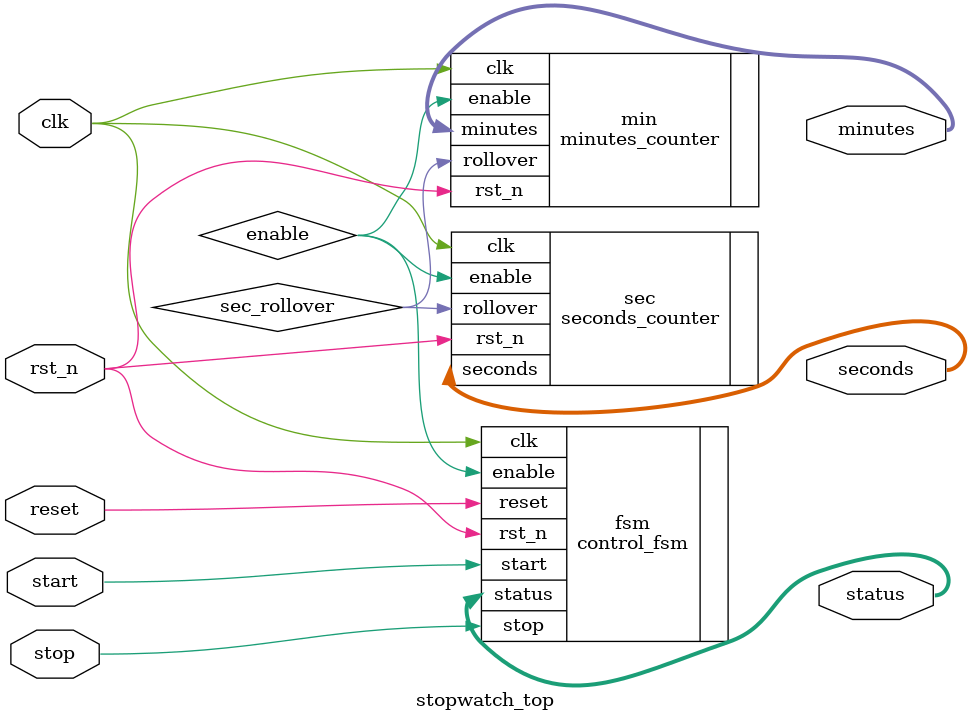
<source format=v>
module stopwatch_top (
    input  wire clk,
    input  wire rst_n,
    input  wire start,
    input  wire stop,
    input  wire reset,

    output wire [7:0] minutes,
    output wire [5:0] seconds,
    output wire [1:0] status
);

    // Internal wires
    wire enable;
    wire sec_rollover;

    // Control FSM
    control_fsm fsm (
        .clk    (clk),
        .rst_n  (rst_n),
        .start  (start),
        .stop   (stop),
        .reset  (reset),
        .enable (enable),
        .status (status)
    );

    // Seconds Counter
    seconds_counter sec (
        .clk      (clk),
        .rst_n    (rst_n),
        .enable   (enable),
        .seconds  (seconds),
        .rollover (sec_rollover)   // <<< IMPORTANT
    );

    // Minutes Counter
    minutes_counter min (
        .clk      (clk),
        .rst_n    (rst_n),
        .enable   (enable),
        .rollover (sec_rollover),  // <<< IMPORTANT
        .minutes  (minutes)
    );

endmodule
</source>
